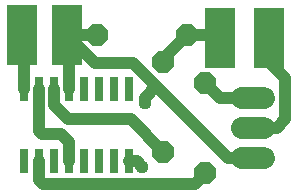
<source format=gbr>
G04 EAGLE Gerber RS-274X export*
G75*
%MOMM*%
%FSLAX34Y34*%
%LPD*%
%INTop Copper*%
%IPPOS*%
%AMOC8*
5,1,8,0,0,1.08239X$1,22.5*%
G01*
%ADD10R,0.660400X2.032000*%
%ADD11R,2.540000X5.080000*%
%ADD12P,1.979475X8X112.500000*%
%ADD13P,1.979475X8X202.500000*%
%ADD14C,1.828800*%
%ADD15C,1.000000*%
%ADD16C,1.112000*%


D10*
X19650Y20666D03*
X19650Y82134D03*
X32350Y20666D03*
X45050Y20666D03*
X32350Y82134D03*
X45050Y82134D03*
X57750Y20666D03*
X57750Y82134D03*
X70450Y20666D03*
X70450Y82134D03*
X83150Y20666D03*
X95850Y20666D03*
X83150Y82134D03*
X95850Y82134D03*
X108550Y20666D03*
X108550Y82134D03*
D11*
X227100Y124900D03*
X56400Y127600D03*
X185900Y125300D03*
X18300Y127600D03*
D12*
X137800Y28300D03*
X137800Y104500D03*
D13*
X158000Y127600D03*
X81800Y127600D03*
D12*
X173400Y10400D03*
X173400Y86600D03*
D14*
X204856Y48700D02*
X223144Y48700D01*
X223144Y23300D02*
X204856Y23300D01*
X204856Y74100D02*
X223144Y74100D01*
D15*
X45050Y67950D02*
X45050Y82134D01*
X110100Y56000D02*
X137800Y28300D01*
X57000Y56000D02*
X45050Y67950D01*
X57000Y56000D02*
X110100Y56000D01*
X185000Y126250D02*
X185900Y125300D01*
X137800Y107400D02*
X137800Y104500D01*
X137800Y107400D02*
X158000Y127600D01*
X183600Y127600D01*
X185900Y125300D01*
X18750Y127500D02*
X18300Y127600D01*
X19650Y117350D02*
X19650Y82134D01*
X19650Y117350D02*
X18000Y119000D01*
X18000Y127300D01*
X18300Y127600D01*
X56400Y127600D02*
X57500Y122500D01*
X57750Y126250D02*
X57750Y82134D01*
X57750Y126250D02*
X56400Y127600D01*
X81800Y127600D01*
X80000Y104000D02*
X56400Y127600D01*
X192700Y23300D02*
X214000Y23300D01*
X112000Y104000D02*
X80000Y104000D01*
X112000Y104000D02*
X132000Y84000D01*
X192700Y23300D01*
X115334Y20666D02*
X108550Y20666D01*
X115334Y20666D02*
X120000Y16000D01*
D16*
X120000Y16000D03*
X122000Y70000D03*
D15*
X122000Y74000D01*
X132000Y84000D01*
X32350Y20666D02*
X32350Y4650D01*
X36000Y1000D02*
X165000Y1000D01*
X173400Y9400D01*
X173400Y10400D01*
X36000Y1000D02*
X32350Y4650D01*
X173400Y86600D02*
X185900Y74100D01*
X214000Y74100D01*
X227100Y104900D02*
X227100Y124900D01*
X241000Y91000D02*
X241000Y56000D01*
X233700Y48700D01*
X214000Y48700D01*
X241000Y91000D02*
X227100Y104900D01*
X32350Y82134D02*
X32350Y46650D01*
X35000Y44000D02*
X51000Y44000D01*
X57750Y37250D01*
X57750Y20666D01*
X35000Y44000D02*
X32350Y46650D01*
M02*

</source>
